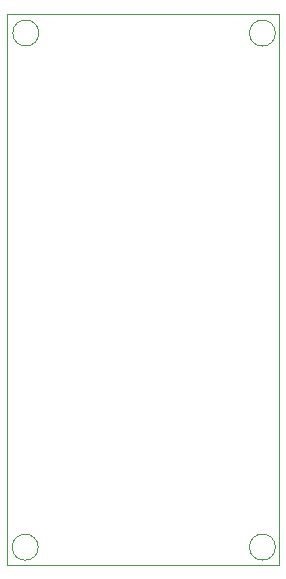
<source format=gbr>
%TF.GenerationSoftware,KiCad,Pcbnew,(6.0.10)*%
%TF.CreationDate,2023-02-12T21:50:31+09:00*%
%TF.ProjectId,joystick_gpio_input,6a6f7973-7469-4636-9b5f-6770696f5f69,1*%
%TF.SameCoordinates,PX7baf2f0PY78dfd90*%
%TF.FileFunction,Profile,NP*%
%FSLAX46Y46*%
G04 Gerber Fmt 4.6, Leading zero omitted, Abs format (unit mm)*
G04 Created by KiCad (PCBNEW (6.0.10)) date 2023-02-12 21:50:31*
%MOMM*%
%LPD*%
G01*
G04 APERTURE LIST*
%TA.AperFunction,Profile*%
%ADD10C,0.100000*%
%TD*%
G04 APERTURE END LIST*
D10*
X2454000Y1473200D02*
G75*
G03*
X2454000Y1473200I-1100000J0D01*
G01*
X2504800Y45008800D02*
G75*
G03*
X2504800Y45008800I-1100000J0D01*
G01*
X22537600Y1481000D02*
G75*
G03*
X22537600Y1481000I-1100000J0D01*
G01*
X-152400Y46583600D02*
X22809200Y46583600D01*
X22809200Y46583600D02*
X22809200Y0D01*
X22809200Y0D02*
X-152400Y0D01*
X-152400Y0D02*
X-152400Y46583600D01*
X22537600Y45001000D02*
G75*
G03*
X22537600Y45001000I-1100000J0D01*
G01*
M02*

</source>
